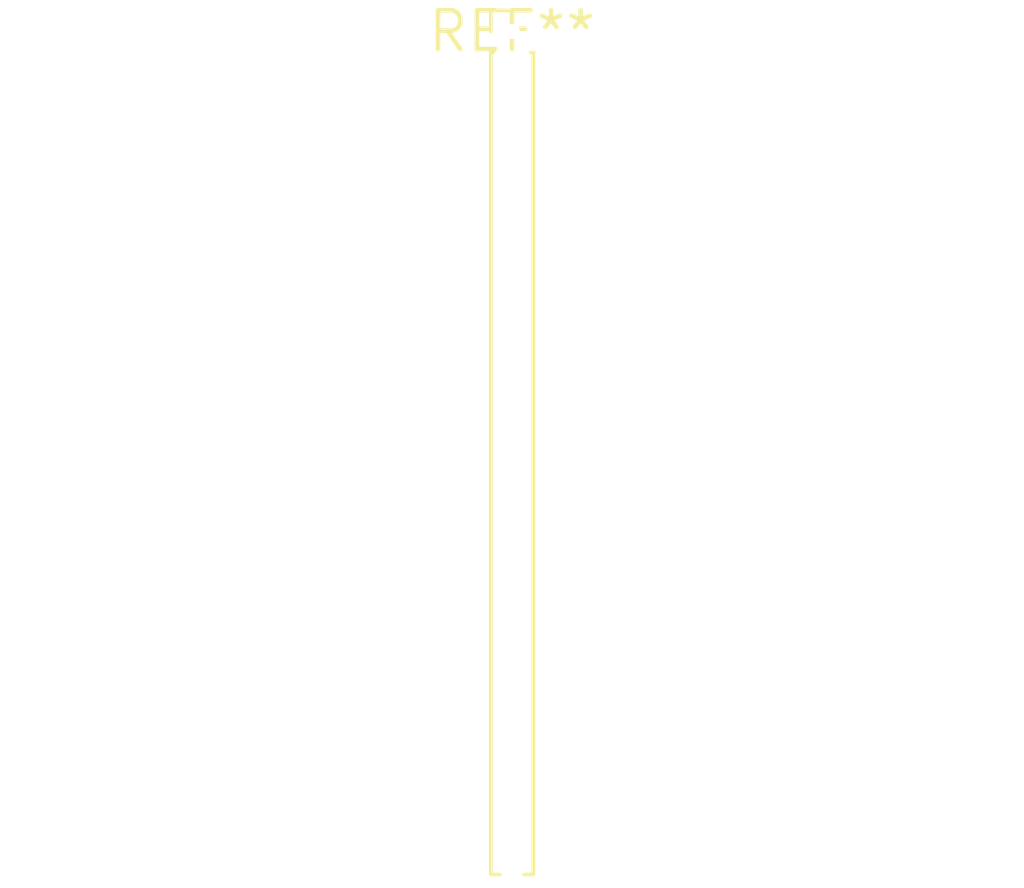
<source format=kicad_pcb>
(kicad_pcb (version 20240108) (generator pcbnew)
  (layers (0 "F.Cu" signal) (31 "B.Cu" signal) (34 "B.Paste" user) (35 "F.Paste" user) (36 "B.SilkS" user "B.Silkscreen") (37 "F.SilkS" user "F.Silkscreen") (38 "B.Mask" user) (39 "F.Mask" user) (44 "Edge.Cuts" user))
  (net 0 "")
  (footprint "PinHeader_1x28_P1.00mm_Vertical" (layer "F.Cu") (at 0 0)
    (property "Reference" "REF**")
    (property "Value" "PinHeader_1x28_P1.00mm_Vertical")
    (fp_line (start -0.695 -0.685) (end 0 -0.685) (layer "F.SilkS") (stroke (width 0.12)))
    (fp_line (start -0.695 0) (end -0.695 -0.685) (layer "F.SilkS") (stroke (width 0.12)))
    (fp_line (start -0.695 0.685) (end -0.695 27.56) (layer "F.SilkS") (stroke (width 0.12)))
    (fp_line (start -0.695 0.685) (end -0.608276 0.685) (layer "F.SilkS") (stroke (width 0.12)))
    (fp_line (start -0.695 27.56) (end -0.394493 27.56) (layer "F.SilkS") (stroke (width 0.12)))
    (fp_line (start 0.394493 27.56) (end 0.695 27.56) (layer "F.SilkS") (stroke (width 0.12)))
    (fp_line (start 0.608276 0.685) (end 0.695 0.685) (layer "F.SilkS") (stroke (width 0.12)))
    (fp_line (start 0.695 0.685) (end 0.695 27.56) (layer "F.SilkS") (stroke (width 0.12)))
    (pad "1" thru_hole rect (at 0 0) (size 0.85 0.85) (drill 0.5) (layers *.Cu *.Mask) (remove_unused_layers))
    (pad "2" thru_hole oval (at 0 1) (size 0.85 0.85) (drill 0.5) (layers *.Cu *.Mask) (remove_unused_layers))
    (pad "3" thru_hole oval (at 0 2) (size 0.85 0.85) (drill 0.5) (layers *.Cu *.Mask) (remove_unused_layers))
    (pad "4" thru_hole oval (at 0 3) (size 0.85 0.85) (drill 0.5) (layers *.Cu *.Mask) (remove_unused_layers))
    (pad "5" thru_hole oval (at 0 4) (size 0.85 0.85) (drill 0.5) (layers *.Cu *.Mask) (remove_unused_layers))
    (pad "6" thru_hole oval (at 0 5) (size 0.85 0.85) (drill 0.5) (layers *.Cu *.Mask) (remove_unused_layers))
    (pad "7" thru_hole oval (at 0 6) (size 0.85 0.85) (drill 0.5) (layers *.Cu *.Mask) (remove_unused_layers))
    (pad "8" thru_hole oval (at 0 7) (size 0.85 0.85) (drill 0.5) (layers *.Cu *.Mask) (remove_unused_layers))
    (pad "9" thru_hole oval (at 0 8) (size 0.85 0.85) (drill 0.5) (layers *.Cu *.Mask) (remove_unused_layers))
    (pad "10" thru_hole oval (at 0 9) (size 0.85 0.85) (drill 0.5) (layers *.Cu *.Mask) (remove_unused_layers))
    (pad "11" thru_hole oval (at 0 10) (size 0.85 0.85) (drill 0.5) (layers *.Cu *.Mask) (remove_unused_layers))
    (pad "12" thru_hole oval (at 0 11) (size 0.85 0.85) (drill 0.5) (layers *.Cu *.Mask) (remove_unused_layers))
    (pad "13" thru_hole oval (at 0 12) (size 0.85 0.85) (drill 0.5) (layers *.Cu *.Mask) (remove_unused_layers))
    (pad "14" thru_hole oval (at 0 13) (size 0.85 0.85) (drill 0.5) (layers *.Cu *.Mask) (remove_unused_layers))
    (pad "15" thru_hole oval (at 0 14) (size 0.85 0.85) (drill 0.5) (layers *.Cu *.Mask) (remove_unused_layers))
    (pad "16" thru_hole oval (at 0 15) (size 0.85 0.85) (drill 0.5) (layers *.Cu *.Mask) (remove_unused_layers))
    (pad "17" thru_hole oval (at 0 16) (size 0.85 0.85) (drill 0.5) (layers *.Cu *.Mask) (remove_unused_layers))
    (pad "18" thru_hole oval (at 0 17) (size 0.85 0.85) (drill 0.5) (layers *.Cu *.Mask) (remove_unused_layers))
    (pad "19" thru_hole oval (at 0 18) (size 0.85 0.85) (drill 0.5) (layers *.Cu *.Mask) (remove_unused_layers))
    (pad "20" thru_hole oval (at 0 19) (size 0.85 0.85) (drill 0.5) (layers *.Cu *.Mask) (remove_unused_layers))
    (pad "21" thru_hole oval (at 0 20) (size 0.85 0.85) (drill 0.5) (layers *.Cu *.Mask) (remove_unused_layers))
    (pad "22" thru_hole oval (at 0 21) (size 0.85 0.85) (drill 0.5) (layers *.Cu *.Mask) (remove_unused_layers))
    (pad "23" thru_hole oval (at 0 22) (size 0.85 0.85) (drill 0.5) (layers *.Cu *.Mask) (remove_unused_layers))
    (pad "24" thru_hole oval (at 0 23) (size 0.85 0.85) (drill 0.5) (layers *.Cu *.Mask) (remove_unused_layers))
    (pad "25" thru_hole oval (at 0 24) (size 0.85 0.85) (drill 0.5) (layers *.Cu *.Mask) (remove_unused_layers))
    (pad "26" thru_hole oval (at 0 25) (size 0.85 0.85) (drill 0.5) (layers *.Cu *.Mask) (remove_unused_layers))
    (pad "27" thru_hole oval (at 0 26) (size 0.85 0.85) (drill 0.5) (layers *.Cu *.Mask) (remove_unused_layers))
    (pad "28" thru_hole oval (at 0 27) (size 0.85 0.85) (drill 0.5) (layers *.Cu *.Mask) (remove_unused_layers))
  )
)
</source>
